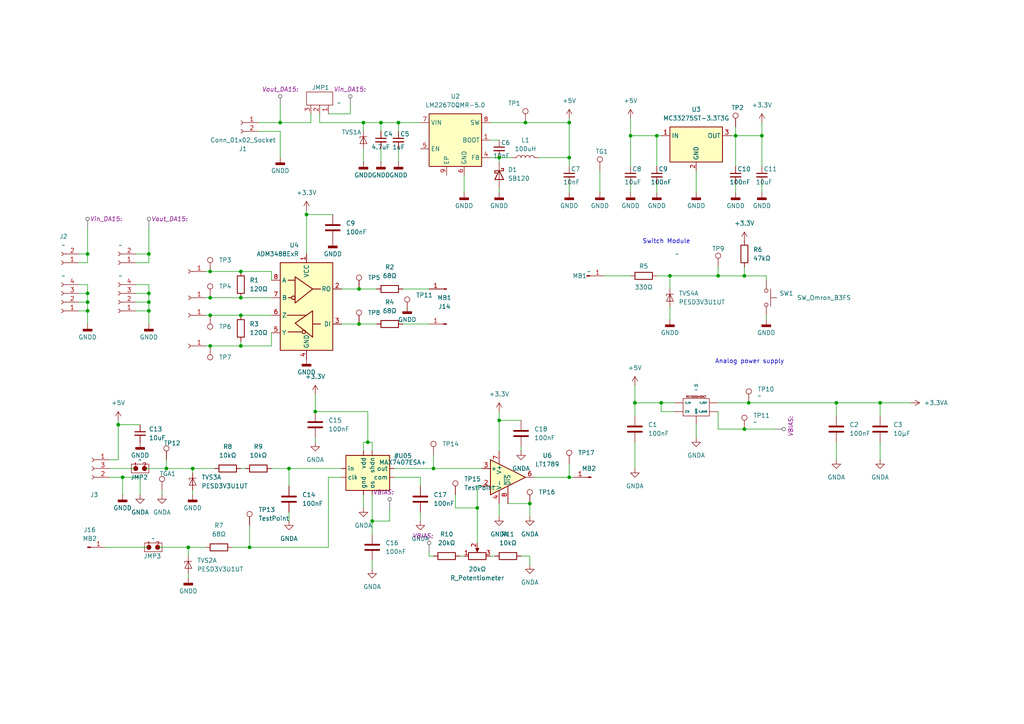
<source format=kicad_sch>
(kicad_sch (version 20231120) (generator "eeschema") (generator_version "8.0")
  (paper "A4")
  (junction (at 69.85 91.44))
  (junction (at 153.67 146.05))
  (junction (at 255.27 116.84))
  (junction (at 208.28 80.01))
  (junction (at 125.73 135.89))
  (junction (at 91.44 119.38))
  (junction (at 165.1 45.72))
  (junction (at 215.9 124.46))
  (junction (at 190.5 39.37))
  (junction (at 69.85 100.33))
  (junction (at 165.1 138.43))
  (junction (at 107.95 151.13))
  (junction (at 215.9 80.01))
  (junction (at 191.77 116.84))
  (junction (at 25.4 73.66))
  (junction (at 138.43 147.32))
  (junction (at 213.36 39.37))
  (junction (at 25.4 85.09))
  (junction (at 152.4 35.56))
  (junction (at 54.61 158.75))
  (junction (at 115.57 35.56))
  (junction (at 60.96 100.33))
  (junction (at 182.88 39.37))
  (junction (at 165.1 35.56))
  (junction (at 81.28 35.56))
  (junction (at 43.18 90.17))
  (junction (at 25.4 87.63))
  (junction (at 60.96 78.74))
  (junction (at 110.49 35.56))
  (junction (at 43.18 87.63))
  (junction (at 35.56 138.43))
  (junction (at 55.88 135.89))
  (junction (at 34.29 123.19))
  (junction (at 60.96 86.36))
  (junction (at 88.9 62.23))
  (junction (at 144.78 45.72))
  (junction (at 105.41 35.56))
  (junction (at 48.26 135.89))
  (junction (at 104.14 93.98))
  (junction (at 144.78 121.92))
  (junction (at 83.82 135.89))
  (junction (at 184.15 116.84))
  (junction (at 194.31 80.01))
  (junction (at 60.96 91.44))
  (junction (at 217.17 116.84))
  (junction (at 69.85 86.36))
  (junction (at 25.4 90.17))
  (junction (at 43.18 85.09))
  (junction (at 69.85 78.74))
  (junction (at 104.14 83.82))
  (junction (at 242.57 116.84))
  (junction (at 43.18 73.66))
  (junction (at 72.39 158.75))
  (junction (at 106.68 128.27))
  (junction (at 220.98 39.37))
  (wire (pts (xy 201.93 49.53) (xy 201.93 55.88)))
  (wire (pts (xy 166.37 138.43) (xy 165.1 138.43)))
  (wire (pts (xy 83.82 135.89) (xy 78.74 135.89)))
  (wire (pts (xy 69.85 78.74) (xy 78.74 78.74)))
  (wire (pts (xy 78.74 91.44) (xy 69.85 91.44)))
  (wire (pts (xy 107.95 143.51) (xy 107.95 151.13)))
  (wire (pts (xy 215.9 80.01) (xy 222.25 80.01)))
  (wire (pts (xy 54.61 166.37) (xy 54.61 167.64)))
  (wire (pts (xy 22.86 73.66) (xy 25.4 73.66)))
  (wire (pts (xy 107.95 151.13) (xy 107.95 154.94)))
  (wire (pts (xy 133.35 161.29) (xy 134.62 161.29)))
  (wire (pts (xy 95.25 138.43) (xy 95.25 158.75)))
  (wire (pts (xy 78.74 100.33) (xy 78.74 96.52)))
  (wire (pts (xy 95.25 158.75) (xy 72.39 158.75)))
  (wire (pts (xy 132.08 147.32) (xy 132.08 143.51)))
  (wire (pts (xy 222.25 91.44) (xy 222.25 92.71)))
  (wire (pts (xy 184.15 120.65) (xy 184.15 116.84)))
  (wire (pts (xy 88.9 62.23) (xy 88.9 73.66)))
  (wire (pts (xy 142.24 35.56) (xy 152.4 35.56)))
  (wire (pts (xy 99.06 138.43) (xy 95.25 138.43)))
  (wire (pts (xy 213.36 53.34) (xy 213.36 55.88)))
  (wire (pts (xy 220.98 53.34) (xy 220.98 55.88)))
  (wire (pts (xy 31.75 138.43) (xy 35.56 138.43)))
  (wire (pts (xy 165.1 138.43) (xy 165.1 134.62)))
  (wire (pts (xy 39.37 90.17) (xy 43.18 90.17)))
  (wire (pts (xy 242.57 128.27) (xy 242.57 133.35)))
  (wire (pts (xy 138.43 140.97) (xy 138.43 147.32)))
  (wire (pts (xy 43.18 85.09) (xy 43.18 87.63)))
  (wire (pts (xy 190.5 39.37) (xy 182.88 39.37)))
  (wire (pts (xy 138.43 140.97) (xy 139.7 140.97)))
  (wire (pts (xy 106.68 128.27) (xy 107.95 128.27)))
  (wire (pts (xy 74.93 38.1) (xy 81.28 38.1)))
  (wire (pts (xy 142.24 161.29) (xy 143.51 161.29)))
  (wire (pts (xy 182.88 34.29) (xy 182.88 39.37)))
  (wire (pts (xy 208.28 80.01) (xy 215.9 80.01)))
  (wire (pts (xy 48.26 135.89) (xy 41.91 135.89)))
  (wire (pts (xy 43.18 90.17) (xy 43.18 93.98)))
  (wire (pts (xy 125.73 132.08) (xy 125.73 135.89)))
  (wire (pts (xy 175.26 80.01) (xy 182.88 80.01)))
  (wire (pts (xy 165.1 53.34) (xy 165.1 55.88)))
  (wire (pts (xy 104.14 93.98) (xy 109.22 93.98)))
  (wire (pts (xy 121.92 148.59) (xy 121.92 151.13)))
  (wire (pts (xy 255.27 116.84) (xy 264.16 116.84)))
  (wire (pts (xy 222.25 80.01) (xy 222.25 81.28)))
  (wire (pts (xy 60.96 86.36) (xy 69.85 86.36)))
  (wire (pts (xy 190.5 39.37) (xy 191.77 39.37)))
  (wire (pts (xy 124.46 160.02) (xy 124.46 161.29)))
  (wire (pts (xy 220.98 35.56) (xy 220.98 39.37)))
  (wire (pts (xy 99.06 93.98) (xy 104.14 93.98)))
  (wire (pts (xy 69.85 86.36) (xy 78.74 86.36)))
  (wire (pts (xy 182.88 53.34) (xy 182.88 55.88)))
  (wire (pts (xy 83.82 140.97) (xy 83.82 135.89)))
  (wire (pts (xy 105.41 35.56) (xy 105.41 38.1)))
  (wire (pts (xy 31.75 133.35) (xy 34.29 133.35)))
  (wire (pts (xy 74.93 35.56) (xy 81.28 35.56)))
  (wire (pts (xy 208.28 116.84) (xy 217.17 116.84)))
  (wire (pts (xy 212.09 39.37) (xy 213.36 39.37)))
  (wire (pts (xy 208.28 124.46) (xy 215.9 124.46)))
  (wire (pts (xy 40.64 143.51) (xy 40.64 138.43)))
  (wire (pts (xy 191.77 119.38) (xy 191.77 116.84)))
  (wire (pts (xy 110.49 43.18) (xy 110.49 46.99)))
  (wire (pts (xy 182.88 39.37) (xy 182.88 48.26)))
  (wire (pts (xy 110.49 38.1) (xy 110.49 35.56)))
  (wire (pts (xy 107.95 162.56) (xy 107.95 165.1)))
  (wire (pts (xy 151.13 129.54) (xy 151.13 130.81)))
  (wire (pts (xy 72.39 158.75) (xy 72.39 152.4)))
  (wire (pts (xy 152.4 35.56) (xy 165.1 35.56)))
  (wire (pts (xy 92.71 35.56) (xy 105.41 35.56)))
  (wire (pts (xy 83.82 135.89) (xy 99.06 135.89)))
  (wire (pts (xy 90.17 35.56) (xy 81.28 35.56)))
  (wire (pts (xy 213.36 39.37) (xy 220.98 39.37)))
  (wire (pts (xy 59.69 78.74) (xy 60.96 78.74)))
  (wire (pts (xy 195.58 119.38) (xy 191.77 119.38)))
  (wire (pts (xy 95.25 33.02) (xy 101.6 33.02)))
  (wire (pts (xy 125.73 161.29) (xy 124.46 161.29)))
  (wire (pts (xy 25.4 82.55) (xy 22.86 82.55)))
  (wire (pts (xy 144.78 45.72) (xy 144.78 46.99)))
  (wire (pts (xy 43.18 66.04) (xy 43.18 73.66)))
  (wire (pts (xy 121.92 35.56) (xy 115.57 35.56)))
  (wire (pts (xy 34.29 123.19) (xy 40.64 123.19)))
  (wire (pts (xy 116.84 93.98) (xy 124.46 93.98)))
  (wire (pts (xy 215.9 77.47) (xy 215.9 80.01)))
  (wire (pts (xy 107.95 128.27) (xy 107.95 130.81)))
  (wire (pts (xy 144.78 119.38) (xy 144.78 121.92)))
  (wire (pts (xy 194.31 80.01) (xy 208.28 80.01)))
  (wire (pts (xy 156.21 45.72) (xy 165.1 45.72)))
  (wire (pts (xy 54.61 158.75) (xy 54.61 161.29)))
  (wire (pts (xy 91.44 119.38) (xy 106.68 119.38)))
  (wire (pts (xy 110.49 35.56) (xy 115.57 35.56)))
  (wire (pts (xy 91.44 127) (xy 91.44 128.27)))
  (wire (pts (xy 60.96 78.74) (xy 69.85 78.74)))
  (wire (pts (xy 151.13 161.29) (xy 153.67 161.29)))
  (wire (pts (xy 43.18 76.2) (xy 39.37 76.2)))
  (wire (pts (xy 105.41 35.56) (xy 110.49 35.56)))
  (wire (pts (xy 105.41 128.27) (xy 106.68 128.27)))
  (wire (pts (xy 69.85 135.89) (xy 71.12 135.89)))
  (wire (pts (xy 39.37 87.63) (xy 43.18 87.63)))
  (wire (pts (xy 25.4 73.66) (xy 25.4 76.2)))
  (wire (pts (xy 25.4 76.2) (xy 22.86 76.2)))
  (wire (pts (xy 242.57 116.84) (xy 255.27 116.84)))
  (wire (pts (xy 43.18 82.55) (xy 43.18 85.09)))
  (wire (pts (xy 115.57 38.1) (xy 115.57 35.56)))
  (wire (pts (xy 30.48 158.75) (xy 43.18 158.75)))
  (wire (pts (xy 144.78 130.81) (xy 144.78 121.92)))
  (wire (pts (xy 194.31 80.01) (xy 194.31 83.82)))
  (wire (pts (xy 184.15 128.27) (xy 184.15 135.89)))
  (wire (pts (xy 91.44 114.3) (xy 91.44 119.38)))
  (wire (pts (xy 116.84 83.82) (xy 124.46 83.82)))
  (wire (pts (xy 142.24 40.64) (xy 144.78 40.64)))
  (wire (pts (xy 25.4 85.09) (xy 25.4 82.55)))
  (wire (pts (xy 125.73 135.89) (xy 139.7 135.89)))
  (wire (pts (xy 125.73 135.89) (xy 114.3 135.89)))
  (wire (pts (xy 101.6 33.02) (xy 101.6 30.48)))
  (wire (pts (xy 34.29 133.35) (xy 34.29 123.19)))
  (wire (pts (xy 134.62 50.8) (xy 134.62 55.88)))
  (wire (pts (xy 48.26 133.35) (xy 48.26 135.89)))
  (wire (pts (xy 242.57 116.84) (xy 242.57 120.65)))
  (wire (pts (xy 25.4 90.17) (xy 25.4 87.63)))
  (wire (pts (xy 25.4 87.63) (xy 25.4 85.09)))
  (wire (pts (xy 106.68 119.38) (xy 106.68 128.27)))
  (wire (pts (xy 173.99 49.53) (xy 173.99 55.88)))
  (wire (pts (xy 104.14 83.82) (xy 109.22 83.82)))
  (wire (pts (xy 213.36 36.83) (xy 213.36 39.37)))
  (wire (pts (xy 208.28 77.47) (xy 208.28 80.01)))
  (wire (pts (xy 60.96 100.33) (xy 69.85 100.33)))
  (wire (pts (xy 105.41 43.18) (xy 105.41 46.99)))
  (wire (pts (xy 208.28 119.38) (xy 208.28 124.46)))
  (wire (pts (xy 105.41 130.81) (xy 105.41 128.27)))
  (wire (pts (xy 96.52 62.23) (xy 88.9 62.23)))
  (wire (pts (xy 144.78 146.05) (xy 144.78 149.86)))
  (wire (pts (xy 22.86 90.17) (xy 25.4 90.17)))
  (wire (pts (xy 190.5 53.34) (xy 190.5 55.88)))
  (wire (pts (xy 255.27 116.84) (xy 255.27 120.65)))
  (wire (pts (xy 60.96 91.44) (xy 69.85 91.44)))
  (wire (pts (xy 190.5 39.37) (xy 190.5 48.26)))
  (wire (pts (xy 220.98 39.37) (xy 220.98 48.26)))
  (wire (pts (xy 165.1 45.72) (xy 165.1 35.56)))
  (wire (pts (xy 25.4 66.04) (xy 25.4 73.66)))
  (wire (pts (xy 59.69 100.33) (xy 60.96 100.33)))
  (wire (pts (xy 78.74 100.33) (xy 69.85 100.33)))
  (wire (pts (xy 54.61 158.75) (xy 59.69 158.75)))
  (wire (pts (xy 43.18 87.63) (xy 43.18 90.17)))
  (wire (pts (xy 184.15 111.76) (xy 184.15 116.84)))
  (wire (pts (xy 153.67 146.05) (xy 153.67 149.86)))
  (wire (pts (xy 115.57 43.18) (xy 115.57 46.99)))
  (wire (pts (xy 142.24 45.72) (xy 144.78 45.72)))
  (wire (pts (xy 46.99 142.24) (xy 46.99 143.51)))
  (wire (pts (xy 121.92 138.43) (xy 114.3 138.43)))
  (wire (pts (xy 118.11 90.17) (xy 118.11 88.9)))
  (wire (pts (xy 99.06 83.82) (xy 104.14 83.82)))
  (wire (pts (xy 55.88 135.89) (xy 55.88 137.16)))
  (wire (pts (xy 45.72 158.75) (xy 54.61 158.75)))
  (wire (pts (xy 147.32 146.05) (xy 153.67 146.05)))
  (wire (pts (xy 81.28 38.1) (xy 81.28 45.72)))
  (wire (pts (xy 154.94 138.43) (xy 165.1 138.43)))
  (wire (pts (xy 165.1 45.72) (xy 165.1 48.26)))
  (wire (pts (xy 153.67 161.29) (xy 153.67 163.83)))
  (wire (pts (xy 39.37 85.09) (xy 43.18 85.09)))
  (wire (pts (xy 213.36 39.37) (xy 213.36 48.26)))
  (wire (pts (xy 121.92 140.97) (xy 121.92 138.43)))
  (wire (pts (xy 92.71 33.02) (xy 92.71 35.56)))
  (wire (pts (xy 67.31 158.75) (xy 72.39 158.75)))
  (wire (pts (xy 22.86 87.63) (xy 25.4 87.63)))
  (wire (pts (xy 48.26 135.89) (xy 55.88 135.89)))
  (wire (pts (xy 40.64 138.43) (xy 35.56 138.43)))
  (wire (pts (xy 144.78 45.72) (xy 148.59 45.72)))
  (wire (pts (xy 132.08 147.32) (xy 138.43 147.32)))
  (wire (pts (xy 255.27 128.27) (xy 255.27 133.35)))
  (wire (pts (xy 194.31 88.9) (xy 194.31 92.71)))
  (wire (pts (xy 35.56 138.43) (xy 35.56 143.51)))
  (wire (pts (xy 39.37 82.55) (xy 43.18 82.55)))
  (wire (pts (xy 81.28 35.56) (xy 81.28 30.48)))
  (wire (pts (xy 83.82 148.59) (xy 83.82 151.13)))
  (wire (pts (xy 138.43 147.32) (xy 138.43 157.48)))
  (wire (pts (xy 43.18 73.66) (xy 43.18 76.2)))
  (wire (pts (xy 34.29 121.92) (xy 34.29 123.19)))
  (wire (pts (xy 215.9 124.46) (xy 224.79 124.46)))
  (wire (pts (xy 165.1 34.29) (xy 165.1 35.56)))
  (wire (pts (xy 190.5 80.01) (xy 194.31 80.01)))
  (wire (pts (xy 144.78 54.61) (xy 144.78 55.88)))
  (wire (pts (xy 191.77 116.84) (xy 195.58 116.84)))
  (wire (pts (xy 88.9 62.23) (xy 88.9 60.96)))
  (wire (pts (xy 78.74 78.74) (xy 78.74 81.28)))
  (wire (pts (xy 113.03 147.32) (xy 113.03 151.13)))
  (wire (pts (xy 31.75 135.89) (xy 39.37 135.89)))
  (wire (pts (xy 25.4 93.98) (xy 25.4 90.17)))
  (wire (pts (xy 22.86 85.09) (xy 25.4 85.09)))
  (wire (pts (xy 201.93 123.19) (xy 201.93 127)))
  (wire (pts (xy 69.85 99.06) (xy 69.85 100.33)))
  (wire (pts (xy 113.03 151.13) (xy 107.95 151.13)))
  (wire (pts (xy 144.78 121.92) (xy 151.13 121.92)))
  (wire (pts (xy 59.69 86.36) (xy 60.96 86.36)))
  (wire (pts (xy 217.17 116.84) (xy 242.57 116.84)))
  (wire (pts (xy 90.17 33.02) (xy 90.17 35.56)))
  (wire (pts (xy 39.37 73.66) (xy 43.18 73.66)))
  (wire (pts (xy 55.88 135.89) (xy 62.23 135.89)))
  (wire (pts (xy 55.88 142.24) (xy 55.88 143.51)))
  (wire (pts (xy 105.41 143.51) (xy 105.41 147.32)))
  (wire (pts (xy 59.69 91.44) (xy 60.96 91.44)))
  (wire (pts (xy 184.15 116.84) (xy 191.77 116.84)))
  (text "Switch Module" (at 193.294 70.104 0) (effects (font (size 1.27 1.27))))
  (text "Analog power supply" (at 217.424 104.902 0) (effects (font (size 1.27 1.27))))
  (netclass_flag "" (length 2.54) (shape round) (at 25.4 66.04 0))
  (netclass_flag "" (length 2.54) (shape round) (at 43.18 66.04 0))
  (netclass_flag "" (length 2.54) (shape round) (at 113.03 147.32 0))
  (netclass_flag "" (length 2.54) (shape round) (at 101.6 30.48 0))
  (netclass_flag "" (length 2.54) (shape round) (at 224.79 124.46 270))
  (netclass_flag "" (length 2.54) (shape round) (at 124.46 160.02 0))
  (netclass_flag "" (length 2.54) (shape round) (at 81.28 30.48 0))
  (symbol (lib_id "Power_Protection:PESD3V3L4UF") (at 54.61 163.83 270) (unit 1)
    (property "Reference" "TVS2" (at 57.15 162.5599 90) (effects (justify left)))
    (property "Value" "PESD3V3U1UT" (at 57.15 165.0999 90) (effects (justify left)))
    (property "Footprint" "Package_TO_SOT_SMD:SOT-23" (effects (hide yes)))
    (property "Datasheet" "https://assets.nexperia.com/documents/data-sheet/PESDXL4UF_G_W.pdf" (effects (hide yes)))
    (property "Description" "Low capacitance unidirectional quadruple ESD protection diode array, 3.3V, Common Anode, SOT-886" (effects (hide yes)))
  )
  (symbol (lib_id "Device:C") (at 151.13 125.73 0) (unit 1)
    (property "Reference" "C18" (at 154.94 124.4599 0) (effects (justify left)))
    (property "Value" "100nF" (at 154.94 126.9999 0) (effects (justify left)))
    (property "Description" "Unpolarized capacitor" (effects (hide yes)))
  )
  (symbol (lib_id "Connector:Conn_01x02_Socket") (at 34.29 76.2 180) (unit 1)
    (property "Reference" "J4" (effects (hide yes)))
    (property "Value" "~" (at 34.925 71.12 0))
    (property "Description" "Generic connector, single row, 01x02, script generated" (effects (hide yes)))
  )
  (symbol (lib_id "Connector:TestPoint") (at 153.67 146.05 0) (unit 1)
    (property "Reference" "TP16" (at 156.21 142.7479 0) (effects (justify left)))
    (property "Value" "TestPoint" (effects (hide yes)))
    (property "Description" "test point" (effects (hide yes)))
  )
  (symbol (lib_id "Device:C_Small") (at 40.64 125.73 0) (unit 1)
    (property "Reference" "C13" (at 43.18 124.4662 0) (effects (justify left)))
    (property "Value" "10uF" (at 43.18 127.0062 0) (effects (justify left)))
    (property "Description" "Unpolarized capacitor, small symbol" (effects (hide yes)))
  )
  (symbol (lib_id "power:GNDA") (at 144.78 149.86 0) (unit 1)
    (property "Reference" "#PWR046" (effects (hide yes)))
    (property "Value" "GNDA" (at 144.78 154.94 0))
    (property "Description" "Power symbol creates a global label with name \"GNDA\" , analog ground" (effects (hide yes)))
  )
  (symbol (lib_id "Connector:Conn_01x04_Socket") (at 34.29 87.63 180) (unit 1)
    (property "Reference" "J5" (effects (hide yes)))
    (property "Value" "~" (at 34.925 80.01 0))
    (property "Description" "Generic connector, single row, 01x04, script generated" (effects (hide yes)))
  )
  (symbol (lib_id "New_Library:2pin_jumper") (at 40.64 135.89 0) (unit 1)
    (property "Reference" "JMP2" (at 40.386 138.43 0))
    (property "Value" "~" (at 40.64 133.35 0))
  )
  (symbol (lib_id "New_Library:MAX7407ESA+") (at 106.68 137.16 0) (unit 1) (in_bom no) (on_board no)
    (property "Reference" "U05" (at 116.84 132.2068 0))
    (property "Value" "MAX7407ESA+" (at 116.84 134.1119 0))
  )
  (symbol (lib_id "power:GNDD") (at 54.61 167.64 0) (unit 1)
    (property "Reference" "#PWR037" (effects (hide yes)))
    (property "Value" "GNDD" (at 54.61 171.45 0))
    (property "Description" "Power symbol creates a global label with name \"GNDD\" , digital ground" (effects (hide yes)))
  )
  (symbol (lib_id "Connector:TestPoint") (at 165.1 134.62 0) (unit 1)
    (property "Reference" "TP17" (at 167.64 131.3179 0) (effects (justify left)))
    (property "Value" "TestPoint" (effects (hide yes)))
    (property "Description" "test point" (effects (hide yes)))
  )
  (symbol (lib_id "Connector:TestPoint") (at 118.11 90.17 0) (unit 1)
    (property "Reference" "TP11" (at 120.65 85.5979 0) (effects (justify left)))
    (property "Value" "TestPoint" (effects (hide yes)))
    (property "Description" "test point" (effects (hide yes)))
  )
  (symbol (lib_id "Device:R") (at 113.03 93.98 90) (unit 1)
    (property "Reference" "R4" (at 113.03 87.63 90))
    (property "Value" "68Ω" (at 113.03 90.17 90))
    (property "Description" "Resistor" (effects (hide yes)))
  )
  (symbol (lib_id "power:GNDA") (at 184.15 135.89 0) (unit 1)
    (property "Reference" "#PWR02" (effects (hide yes)))
    (property "Value" "GNDA" (at 184.15 140.97 0))
    (property "Description" "Power symbol creates a global label with name \"GNDA\" , analog ground" (effects (hide yes)))
  )
  (symbol (lib_id "Power_Protection:PESD3V3L4UF") (at 194.31 86.36 270) (unit 1)
    (property "Reference" "TVS4" (at 196.85 85.0899 90) (effects (justify left)))
    (property "Value" "PESD3V3U1UT" (at 196.85 87.6299 90) (effects (justify left)))
    (property "Footprint" "Package_TO_SOT_SMD:SOT-23" (effects (hide yes)))
    (property "Datasheet" "https://assets.nexperia.com/documents/data-sheet/PESDXL4UF_G_W.pdf" (effects (hide yes)))
    (property "Description" "Low capacitance unidirectional quadruple ESD protection diode array, 3.3V, Common Anode, SOT-886" (effects (hide yes)))
  )
  (symbol (lib_id "power:GNDA") (at 151.13 130.81 0) (unit 1)
    (property "Reference" "#PWR047" (effects (hide yes)))
    (property "Value" "GNDA" (at 151.13 135.89 0))
    (property "Description" "Power symbol creates a global label with name \"GNDA\" , analog ground" (effects (hide yes)))
  )
  (symbol (lib_id "power:GNDA") (at 153.67 163.83 0) (unit 1)
    (property "Reference" "#PWR049" (effects (hide yes)))
    (property "Value" "GNDA" (at 153.67 168.91 0))
    (property "Description" "Power symbol creates a global label with name \"GNDA\" , analog ground" (effects (hide yes)))
  )
  (symbol (lib_id "Connector:TestPoint") (at 217.17 116.84 0) (unit 1)
    (property "Reference" "TP10" (at 219.71 112.9029 0) (effects (justify left)))
    (property "Value" "~" (at 219.71 114.808 0) (effects (justify left)))
    (property "Description" "test point" (effects (hide yes)))
  )
  (symbol (lib_id "power:+3.3V") (at 91.44 114.3 0) (unit 1)
    (property "Reference" "#PWR040" (effects (hide yes)))
    (property "Value" "+3.3V" (at 91.44 109.22 0))
    (property "Description" "Power symbol creates a global label with name \"+3.3V\"" (effects (hide yes)))
  )
  (symbol (lib_id "Device:C_Small") (at 213.36 50.8 0) (unit 1)
    (property "Reference" "C10" (at 213.868 49.022 0) (effects (justify left)))
    (property "Value" "100nF" (at 211.582 52.832 0) (effects (justify left)))
    (property "Description" "Unpolarized capacitor, small symbol" (effects (hide yes)))
  )
  (symbol (lib_id "Device:R") (at 69.85 82.55 0) (unit 1)
    (property "Reference" "R1" (at 72.39 81.2799 0) (effects (justify left)))
    (property "Value" "120Ω" (at 72.39 83.8199 0) (effects (justify left)))
    (property "Description" "Resistor" (effects (hide yes)))
  )
  (symbol (lib_id "Connector:Conn_01x01_Socket") (at 54.61 91.44 180) (unit 1)
    (property "Reference" "J8" (effects (hide yes)))
    (property "Value" "Conn_01x01_Socket" (effects (hide yes)))
    (property "Description" "Generic connector, single row, 01x01, script generated" (effects (hide yes)))
  )
  (symbol (lib_id "Connector:TestPoint") (at 60.96 100.33 180) (unit 1)
    (property "Reference" "TP7" (at 63.5 103.6319 0) (effects (justify right)))
    (property "Value" "TestPoint" (effects (hide yes)))
    (property "Description" "test point" (effects (hide yes)))
  )
  (symbol (lib_id "Connector:TestPoint") (at 72.39 152.4 0) (unit 1)
    (property "Reference" "TP13" (at 74.93 147.8279 0) (effects (justify left)))
    (property "Value" "TestPoint" (at 74.93 150.3679 0) (effects (justify left)))
    (property "Description" "test point" (effects (hide yes)))
  )
  (symbol (lib_id "Connector:TestPoint") (at 48.26 133.35 0) (unit 1)
    (property "Reference" "TP12" (at 47.498 128.524 0) (effects (justify left)))
    (property "Value" "TestPoint" (effects (hide yes)))
    (property "Description" "test point" (effects (hide yes)))
  )
  (symbol (lib_id "power:GNDA") (at 255.27 133.35 0) (unit 1)
    (property "Reference" "#PWR06" (effects (hide yes)))
    (property "Value" "GNDA" (at 255.27 138.43 0))
    (property "Description" "Power symbol creates a global label with name \"GNDA\" , analog ground" (effects (hide yes)))
  )
  (symbol (lib_id "Device:C_Small") (at 220.98 50.8 0) (unit 1)
    (property "Reference" "C11" (at 221.488 49.022 0) (effects (justify left)))
    (property "Value" "10uF" (at 219.202 52.832 0) (effects (justify left)))
    (property "Description" "Unpolarized capacitor, small symbol" (effects (hide yes)))
  )
  (symbol (lib_id "New_Library:2pin_jumper") (at 44.45 158.75 0) (unit 1)
    (property "Reference" "JMP3" (at 44.196 161.29 0))
    (property "Value" "~" (at 44.45 156.21 0))
  )
  (symbol (lib_name "ADM3488ExR_1") (lib_id "Interface_UART:ADM3488ExR") (at 88.9 88.9 0) (mirror y) (unit 1)
    (property "Reference" "U4" (at 86.7059 71.12 0) (effects (justify left)))
    (property "Value" "ADM3488ExR" (at 86.7059 73.66 0) (effects (justify left)))
    (property "Footprint" "Package_SO:SOIC-8_3.9x4.9mm_P1.27mm" (effects (hide yes)))
    (property "Datasheet" "https://www.analog.com/media/en/technical-documentation/data-sheets/ADM3483E_3486E_3488E_3490E_3491E.pdf" (effects (hide yes)))
    (property "Description" "RS-485, RS-422 full duplex 250 kbps transceiver, SOIC-8" (effects (hide yes)))
  )
  (symbol (lib_id "power:GNDD") (at 88.9 104.14 0) (unit 1)
    (property "Reference" "#PWR026" (effects (hide yes)))
    (property "Value" "GNDD" (at 88.9 107.95 0))
    (property "Description" "Power symbol creates a global label with name \"GNDD\" , digital ground" (effects (hide yes)))
  )
  (symbol (lib_id "Device:R") (at 66.04 135.89 90) (unit 1)
    (property "Reference" "R8" (at 66.04 129.54 90))
    (property "Value" "10kΩ" (at 66.04 132.08 90))
    (property "Description" "Resistor" (effects (hide yes)))
  )
  (symbol (lib_name "REF2033AIDDCT_1") (lib_id "New_Library:REF2033AIDDCT") (at 201.93 118.11 0) (unit 1)
    (property "Reference" "U1" (at 201.93 111.76 0) (effects (font (size 0.635 0.635))))
    (property "Value" "~" (at 201.93 113.03 0))
  )
  (symbol (lib_id "Connector:TestPoint") (at 173.99 49.53 0) (unit 1)
    (property "Reference" "TG1" (at 172.72 43.942 0) (effects (justify left)))
    (property "Value" "TestPoint" (effects (hide yes)))
    (property "Description" "test point" (effects (hide yes)))
  )
  (symbol (lib_id "power:+3.3V") (at 220.98 35.56 0) (unit 1)
    (property "Reference" "#PWR022" (effects (hide yes)))
    (property "Value" "+3.3V" (at 220.98 30.48 0))
    (property "Description" "Power symbol creates a global label with name \"+3.3V\"" (effects (hide yes)))
  )
  (symbol (lib_id "power:GNDD") (at 190.5 55.88 0) (unit 1)
    (property "Reference" "#PWR019" (effects (hide yes)))
    (property "Value" "GNDD" (at 190.5 59.69 0))
    (property "Description" "Power symbol creates a global label with name \"GNDD\" , digital ground" (effects (hide yes)))
  )
  (symbol (lib_id "power:+3.3V") (at 144.78 119.38 0) (unit 1)
    (property "Reference" "#PWR045" (effects (hide yes)))
    (property "Value" "+3.3V" (at 144.78 114.3 0))
    (property "Description" "Power symbol creates a global label with name \"+3.3V\"" (effects (hide yes)))
  )
  (symbol (lib_id "Connector:TestPoint") (at 46.99 142.24 0) (unit 1)
    (property "Reference" "TGA1" (at 46.228 137.414 0) (effects (justify left)))
    (property "Value" "TestPoint" (effects (hide yes)))
    (property "Description" "test point" (effects (hide yes)))
  )
  (symbol (lib_id "Switch:SW_Omron_B3FS") (at 222.25 86.36 270) (unit 1)
    (property "Reference" "SW1" (at 226.06 85.0899 90) (effects (justify left)))
    (property "Value" "SW_Omron_B3FS" (at 231.14 86.36 90) (effects (justify left)))
    (property "Datasheet" "https://omronfs.omron.com/en_US/ecb/products/pdf/en-b3fs.pdf" (effects (hide yes)))
    (property "Description" "Omron B3FS 6x6mm single pole normally-open tactile switch" (effects (hide yes)))
  )
  (symbol (lib_id "Device:C") (at 96.52 66.04 0) (unit 1)
    (property "Reference" "C9" (at 100.33 64.7699 0) (effects (justify left)))
    (property "Value" "100nF" (at 100.33 67.3099 0) (effects (justify left)))
    (property "Description" "Unpolarized capacitor" (effects (hide yes)))
  )
  (symbol (lib_id "Device:R") (at 113.03 83.82 90) (unit 1)
    (property "Reference" "R2" (at 113.03 77.47 90))
    (property "Value" "68Ω" (at 113.03 80.01 90))
    (property "Description" "Resistor" (effects (hide yes)))
  )
  (symbol (lib_id "power:GNDA") (at 105.41 147.32 0) (unit 1)
    (property "Reference" "#PWR042" (effects (hide yes)))
    (property "Value" "GNDA" (at 105.41 152.4 0))
    (property "Description" "Power symbol creates a global label with name \"GNDA\" , analog ground" (effects (hide yes)))
  )
  (symbol (lib_id "Power_Protection:PESD3V3L4UF") (at 105.41 40.64 270) (unit 1)
    (property "Reference" "TVS1" (at 99.06 38.354 90) (effects (justify left)))
    (property "Value" "PESD3V3U1UT" (effects (hide yes)))
    (property "Footprint" "Package_TO_SOT_SMD:SOT-23" (effects (hide yes)))
    (property "Datasheet" "https://assets.nexperia.com/documents/data-sheet/PESDXL4UF_G_W.pdf" (effects (hide yes)))
    (property "Description" "Low capacitance unidirectional quadruple ESD protection diode array, 3.3V, Common Anode, SOT-886" (effects (hide yes)))
  )
  (symbol (lib_id "power:GNDD") (at 115.57 46.99 0) (unit 1)
    (property "Reference" "#PWR011" (effects (hide yes)))
    (property "Value" "GNDD" (at 115.57 50.8 0))
    (property "Description" "Power symbol creates a global label with name \"GNDD\" , digital ground" (effects (hide yes)))
  )
  (symbol (lib_id "Connector:TestPoint") (at 104.14 83.82 0) (unit 1)
    (property "Reference" "TP5" (at 106.68 80.5179 0) (effects (justify left)))
    (property "Value" "TestPoint" (effects (hide yes)))
    (property "Description" "test point" (effects (hide yes)))
  )
  (symbol (lib_id "Device:R") (at 63.5 158.75 90) (unit 1)
    (property "Reference" "R7" (at 63.5 152.4 90))
    (property "Value" "68Ω" (at 63.5 154.94 90))
    (property "Description" "Resistor" (effects (hide yes)))
  )
  (symbol (lib_id "Connector:Conn_01x02_Socket") (at 17.78 76.2 180) (unit 1)
    (property "Reference" "J2" (at 18.415 68.58 0))
    (property "Value" "~" (at 18.415 71.12 0))
    (property "Description" "Generic connector, single row, 01x02, script generated" (effects (hide yes)))
  )
  (symbol (lib_id "Device:C_Small") (at 115.57 40.64 0) (unit 1)
    (property "Reference" "C5" (at 116.078 38.862 0) (effects (justify left)))
    (property "Value" "1uF" (at 113.792 42.672 0) (effects (justify left)))
    (property "Description" "Unpolarized capacitor, small symbol" (effects (hide yes)))
  )
  (symbol (lib_id "power:GNDD") (at 220.98 55.88 0) (unit 1)
    (property "Reference" "#PWR023" (effects (hide yes)))
    (property "Value" "GNDD" (at 220.98 59.69 0))
    (property "Description" "Power symbol creates a global label with name \"GNDD\" , digital ground" (effects (hide yes)))
  )
  (symbol (lib_id "Connector:Conn_01x01_Pin") (at 170.18 80.01 0) (unit 1)
    (property "Reference" "MB1" (at 168.148 80.01 0))
    (property "Value" "~" (at 170.815 78.74 0))
    (property "Description" "Generic connector, single row, 01x01, script generated" (effects (hide yes)))
  )
  (symbol (lib_id "power:GNDA") (at 83.82 151.13 0) (unit 1)
    (property "Reference" "#PWR039" (effects (hide yes)))
    (property "Value" "GNDA" (at 83.82 156.21 0))
    (property "Description" "Power symbol creates a global label with name \"GNDA\" , analog ground" (effects (hide yes)))
  )
  (symbol (lib_id "power:GNDD") (at 213.36 55.88 0) (unit 1)
    (property "Reference" "#PWR021" (effects (hide yes)))
    (property "Value" "GNDD" (at 213.36 59.69 0))
    (property "Description" "Power symbol creates a global label with name \"GNDD\" , digital ground" (effects (hide yes)))
  )
  (symbol (lib_id "power:GNDA") (at 46.99 143.51 0) (unit 1)
    (property "Reference" "#PWR036" (effects (hide yes)))
    (property "Value" "GNDA" (at 46.99 148.59 0))
    (property "Description" "Power symbol creates a global label with name \"GNDA\" , analog ground" (effects (hide yes)))
  )
  (symbol (lib_id "Connector:TestPoint") (at 215.9 124.46 0) (unit 1)
    (property "Reference" "TP11" (at 218.44 120.5229 0) (effects (justify left)))
    (property "Value" "~" (at 218.44 122.428 0) (effects (justify left)))
    (property "Description" "test point" (effects (hide yes)))
  )
  (symbol (lib_id "Device:C_Small") (at 182.88 50.8 0) (unit 1)
    (property "Reference" "C8" (at 183.388 49.022 0) (effects (justify left)))
    (property "Value" "10uF" (at 181.102 52.832 0) (effects (justify left)))
    (property "Description" "Unpolarized capacitor, small symbol" (effects (hide yes)))
  )
  (symbol (lib_id "Device:C") (at 91.44 123.19 0) (unit 1)
    (property "Reference" "C15" (at 95.25 121.9199 0) (effects (justify left)))
    (property "Value" "100nF" (at 95.25 124.4599 0) (effects (justify left)))
    (property "Description" "Unpolarized capacitor" (effects (hide yes)))
  )
  (symbol (lib_id "Connector:TestPoint") (at 60.96 78.74 0) (unit 1)
    (property "Reference" "TP3" (at 63.5 75.4379 0) (effects (justify left)))
    (property "Value" "TestPoint" (effects (hide yes)))
    (property "Description" "test point" (effects (hide yes)))
  )
  (symbol (lib_id "Connector:Conn_01x04_Socket") (at 17.78 87.63 180) (unit 1)
    (property "Reference" "J3" (effects (hide yes)))
    (property "Value" "~" (at 18.415 80.01 0))
    (property "Description" "Generic connector, single row, 01x04, script generated" (effects (hide yes)))
  )
  (symbol (lib_id "Connector:Conn_01x01_Pin") (at 129.54 93.98 180) (unit 1)
    (property "Reference" "J13" (effects (hide yes)))
    (property "Value" "MB1" (effects (hide yes)))
    (property "Description" "Generic connector, single row, 01x01, script generated" (effects (hide yes)))
  )
  (symbol (lib_id "Amplifier_Operational:OPA690xD") (at 147.32 138.43 0) (unit 1)
    (property "Reference" "U6" (at 158.75 132.1114 0))
    (property "Value" "LT1789" (at 158.75 134.6514 0))
    (property "Footprint" "Package_SO:SOIC-8_3.9x4.9mm_P1.27mm" (effects (hide yes)))
    (property "Datasheet" "https://www.ti.com/lit/ds/symlink/opa690.pdf" (effects (hide yes)))
    (property "Description" "Single Low-Power, 500 MHz GBW, ±2.5V to ±5V Dual Supply, 5V to 12V Single Supply, 190mA output current, 1.8kV/us slew rate, Voltage-Feedback Operational Amplifier with Disable, SO-8" (effects (hide yes)))
  )
  (symbol (lib_id "power:+5V") (at 34.29 121.92 0) (unit 1)
    (property "Reference" "#PWR032" (effects (hide yes)))
    (property "Value" "+5V" (at 34.29 116.84 0))
    (property "Description" "Power symbol creates a global label with name \"+5V\"" (effects (hide yes)))
  )
  (symbol (lib_id "Connector:TestPoint") (at 152.4 35.56 0) (unit 1)
    (property "Reference" "TP1" (at 147.32 29.972 0) (effects (justify left)))
    (property "Value" "TestPoint" (effects (hide yes)))
    (property "Description" "test point" (effects (hide yes)))
  )
  (symbol (lib_id "Connector:Conn_01x01_Pin") (at 171.45 138.43 180) (unit 1)
    (property "Reference" "MB2" (at 170.815 135.89 0))
    (property "Value" "Conn_01x01_Pin" (effects (hide yes)))
    (property "Description" "Generic connector, single row, 01x01, script generated" (effects (hide yes)))
  )
  (symbol (lib_id "power:GNDD") (at 105.41 46.99 0) (unit 1)
    (property "Reference" "#PWR09" (effects (hide yes)))
    (property "Value" "GNDD" (at 105.41 50.8 0))
    (property "Description" "Power symbol creates a global label with name \"GNDD\" , digital ground" (effects (hide yes)))
  )
  (symbol (lib_id "power:GNDD") (at 222.25 92.71 0) (unit 1)
    (property "Reference" "#PWR031" (effects (hide yes)))
    (property "Value" "GNDD" (at 222.25 96.52 0))
    (property "Description" "Power symbol creates a global label with name \"GNDD\" , digital ground" (effects (hide yes)))
  )
  (symbol (lib_id "Device:C") (at 107.95 158.75 0) (unit 1)
    (property "Reference" "C16" (at 111.76 157.4799 0) (effects (justify left)))
    (property "Value" "100nF" (at 111.76 160.0199 0) (effects (justify left)))
    (property "Description" "Unpolarized capacitor" (effects (hide yes)))
  )
  (symbol (lib_id "Connector:TestPoint") (at 104.14 93.98 0) (unit 1)
    (property "Reference" "TP8" (at 106.68 90.6779 0) (effects (justify left)))
    (property "Value" "TestPoint" (effects (hide yes)))
    (property "Description" "test point" (effects (hide yes)))
  )
  (symbol (lib_id "power:GNDA") (at 121.92 151.13 0) (unit 1)
    (property "Reference" "#PWR044" (effects (hide yes)))
    (property "Value" "GNDA" (at 121.92 156.21 0))
    (property "Description" "Power symbol creates a global label with name \"GNDA\" , analog ground" (effects (hide yes)))
  )
  (symbol (lib_id "power:GNDD") (at 96.52 69.85 0) (unit 1)
    (property "Reference" "#PWR027" (effects (hide yes)))
    (property "Value" "GNDD" (at 96.52 73.66 0))
    (property "Description" "Power symbol creates a global label with name \"GNDD\" , digital ground" (effects (hide yes)))
  )
  (symbol (lib_id "Device:C") (at 184.15 124.46 0) (unit 1)
    (property "Reference" "C1" (at 187.96 123.1899 0) (effects (justify left)))
    (property "Value" "100nF" (at 187.96 125.7299 0) (effects (justify left)))
    (property "Description" "Unpolarized capacitor" (effects (hide yes)))
  )
  (symbol (lib_id "Connector:TestPoint") (at 208.28 77.47 0) (unit 1)
    (property "Reference" "TP9" (at 206.502 72.136 0) (effects (justify left)))
    (property "Value" "~" (at 195.834 73.66 0) (effects (justify left)))
    (property "Description" "test point" (effects (hide yes)))
  )
  (symbol (lib_id "Connector:Conn_01x01_Socket") (at 54.61 78.74 180) (unit 1)
    (property "Reference" "J6" (effects (hide yes)))
    (property "Value" "Conn_01x01_Socket" (effects (hide yes)))
    (property "Description" "Generic connector, single row, 01x01, script generated" (effects (hide yes)))
  )
  (symbol (lib_id "Connector:TestPoint") (at 125.73 132.08 0) (unit 1)
    (property "Reference" "TP14" (at 128.27 128.7779 0) (effects (justify left)))
    (property "Value" "TestPoint" (effects (hide yes)))
    (property "Description" "test point" (effects (hide yes)))
  )
  (symbol (lib_id "Device:C_Small") (at 165.1 50.8 0) (unit 1)
    (property "Reference" "C7" (at 165.608 49.022 0) (effects (justify left)))
    (property "Value" "10nF" (at 163.322 52.832 0) (effects (justify left)))
    (property "Description" "Unpolarized capacitor, small symbol" (effects (hide yes)))
  )
  (symbol (lib_id "power:GNDD") (at 25.4 93.98 0) (unit 1)
    (property "Reference" "#PWR04" (effects (hide yes)))
    (property "Value" "GNDD" (at 25.4 97.79 0))
    (property "Description" "Power symbol creates a global label with name \"GNDD\" , digital ground" (effects (hide yes)))
  )
  (symbol (lib_id "Device:C") (at 242.57 124.46 0) (unit 1)
    (property "Reference" "C2" (at 246.38 123.1899 0) (effects (justify left)))
    (property "Value" "100nF" (at 246.38 125.7299 0) (effects (justify left)))
    (property "Description" "Unpolarized capacitor" (effects (hide yes)))
  )
  (symbol (lib_id "Device:C_Small") (at 190.5 50.8 0) (unit 1)
    (property "Reference" "C9" (at 191.008 49.022 0) (effects (justify left)))
    (property "Value" "100nF" (at 188.722 52.832 0) (effects (justify left)))
    (property "Description" "Unpolarized capacitor, small symbol" (effects (hide yes)))
  )
  (symbol (lib_id "Connector:TestPoint") (at 60.96 91.44 180) (unit 1)
    (property "Reference" "TP6" (at 63.5 94.7419 0) (effects (justify right)))
    (property "Value" "TestPoint" (effects (hide yes)))
    (property "Description" "test point" (effects (hide yes)))
  )
  (symbol (lib_id "Connector:Conn_01x02_Socket") (at 69.85 35.56 0) (mirror y) (unit 1)
    (property "Reference" "J1" (at 70.485 43.18 0))
    (property "Value" "Conn_01x02_Socket" (at 70.485 40.64 0))
    (property "Description" "Generic connector, single row, 01x02, script generated" (effects (hide yes)))
  )
  (symbol (lib_id "power:GNDD") (at 35.56 143.51 0) (unit 1)
    (property "Reference" "#PWR033" (effects (hide yes)))
    (property "Value" "GNDD" (at 35.56 147.32 0))
    (property "Description" "Power symbol creates a global label with name \"GNDD\" , digital ground" (effects (hide yes)))
  )
  (symbol (lib_id "power:GNDD") (at 43.18 93.98 0) (unit 1)
    (property "Reference" "#PWR024" (effects (hide yes)))
    (property "Value" "GNDD" (at 43.18 97.79 0))
    (property "Description" "Power symbol creates a global label with name \"GNDD\" , digital ground" (effects (hide yes)))
  )
  (symbol (lib_id "Connector:Conn_01x03_Socket") (at 26.67 135.89 0) (mirror y) (unit 1)
    (property "Reference" "J3" (at 27.305 143.51 0))
    (property "Value" "Conn_01x03_Socket" (effects (hide yes)))
    (property "Description" "Generic connector, single row, 01x03, script generated" (effects (hide yes)))
  )
  (symbol (lib_id "power:GNDD") (at 144.78 55.88 0) (unit 1)
    (property "Reference" "#PWR013" (effects (hide yes)))
    (property "Value" "GNDD" (at 144.78 59.69 0))
    (property "Description" "Power symbol creates a global label with name \"GNDD\" , digital ground" (effects (hide yes)))
  )
  (symbol (lib_id "Device:R") (at 147.32 161.29 90) (unit 1)
    (property "Reference" "R11" (at 147.32 154.94 90))
    (property "Value" "10kΩ" (at 147.32 157.48 90))
    (property "Description" "Resistor" (effects (hide yes)))
  )
  (symbol (lib_id "Device:C_Small") (at 144.78 43.18 0) (unit 1)
    (property "Reference" "C6" (at 145.288 41.402 0) (effects (justify left)))
    (property "Value" "10nF" (at 143.002 45.212 0) (effects (justify left)))
    (property "Description" "Unpolarized capacitor, small symbol" (effects (hide yes)))
  )
  (symbol (lib_id "Connector:Conn_01x01_Socket") (at 54.61 100.33 180) (unit 1)
    (property "Reference" "J9" (effects (hide yes)))
    (property "Value" "Conn_01x01_Socket" (effects (hide yes)))
    (property "Description" "Generic connector, single row, 01x01, script generated" (effects (hide yes)))
  )
  (symbol (lib_id "Device:R") (at 69.85 95.25 0) (unit 1)
    (property "Reference" "R3" (at 72.39 93.9799 0) (effects (justify left)))
    (property "Value" "120Ω" (at 72.39 96.5199 0) (effects (justify left)))
    (property "Description" "Resistor" (effects (hide yes)))
  )
  (symbol (lib_id "power:GNDD") (at 40.64 128.27 0) (unit 1)
    (property "Reference" "#PWR034" (effects (hide yes)))
    (property "Value" "GNDD" (at 40.64 132.08 0))
    (property "Description" "Power symbol creates a global label with name \"GNDD\" , digital ground" (effects (hide yes)))
  )
  (symbol (lib_id "Device:L") (at 152.4 45.72 90) (unit 1)
    (property "Reference" "L1" (at 152.4 40.64 90))
    (property "Value" "100uH" (at 152.4 43.18 90))
    (property "Description" "Inductor" (effects (hide yes)))
  )
  (symbol (lib_id "power:GNDD") (at 201.93 55.88 0) (unit 1)
    (property "Reference" "#PWR020" (effects (hide yes)))
    (property "Value" "GNDD" (at 201.93 59.69 0))
    (property "Description" "Power symbol creates a global label with name \"GNDD\" , digital ground" (effects (hide yes)))
  )
  (symbol (lib_id "power:GNDD") (at 55.88 143.51 0) (unit 1)
    (property "Reference" "#PWR038" (effects (hide yes)))
    (property "Value" "GNDD" (at 55.88 147.32 0))
    (property "Description" "Power symbol creates a global label with name \"GNDD\" , digital ground" (effects (hide yes)))
  )
  (symbol (lib_id "power:GNDA") (at 91.44 128.27 0) (unit 1)
    (property "Reference" "#PWR041" (effects (hide yes)))
    (property "Value" "GNDA" (at 91.44 133.35 0))
    (property "Description" "Power symbol creates a global label with name \"GNDA\" , analog ground" (effects (hide yes)))
  )
  (symbol (lib_id "power:+3.3VA") (at 264.16 116.84 270) (unit 1)
    (property "Reference" "#PWR07" (effects (hide yes)))
    (property "Value" "+3.3VA" (at 267.97 116.8399 90) (effects (justify left)))
    (property "Description" "Power symbol creates a global label with name \"+3.3VA\"" (effects (hide yes)))
  )
  (symbol (lib_id "Connector:TestPoint") (at 213.36 36.83 0) (unit 1)
    (property "Reference" "TP2" (at 212.09 31.242 0) (effects (justify left)))
    (property "Value" "TestPoint" (effects (hide yes)))
    (property "Description" "test point" (effects (hide yes)))
  )
  (symbol (lib_id "Device:C") (at 121.92 144.78 0) (unit 1)
    (property "Reference" "C17" (at 125.73 143.5099 0) (effects (justify left)))
    (property "Value" "100nF" (at 125.73 146.0499 0) (effects (justify left)))
    (property "Description" "Unpolarized capacitor" (effects (hide yes)))
  )
  (symbol (lib_id "Device:R_Potentiometer") (at 138.43 161.29 90) (unit 1)
    (property "Reference" "20kΩ" (at 138.43 165.1 90))
    (property "Value" "R_Potentiometer" (at 138.43 167.64 90))
    (property "Description" "Potentiometer" (effects (hide yes)))
  )
  (symbol (lib_id "Diode:SB120") (at 144.78 50.8 270) (unit 1)
    (property "Reference" "D1" (at 147.32 49.2124 90) (effects (justify left)))
    (property "Value" "SB120" (at 147.32 51.7524 90) (effects (justify left)))
    (property "Footprint" "Diode_THT:D_DO-41_SOD81_P10.16mm_Horizontal" (effects (hide yes)))
    (property "Datasheet" "http://www.diodes.com/_files/datasheets/ds23022.pdf" (effects (hide yes)))
    (property "Description" "20V 1A Schottky Barrier Rectifier Diode, DO-41" (effects (hide yes)))
  )
  (symbol (lib_id "power:GNDD") (at 194.31 92.71 0) (unit 1)
    (property "Reference" "#PWR029" (effects (hide yes)))
    (property "Value" "GNDD" (at 194.31 96.52 0))
    (property "Description" "Power symbol creates a global label with name \"GNDD\" , digital ground" (effects (hide yes)))
  )
  (symbol (lib_id "New_Library:3pin_jumper") (at 96.52 40.64 90) (unit 1)
    (property "Reference" "JMP1" (at 90.424 25.4 90) (effects (justify right)))
    (property "Value" "~" (at 97.79 29.845 90) (effects (justify right)))
  )
  (symbol (lib_id "power:GNDA") (at 153.67 149.86 0) (unit 1)
    (property "Reference" "#PWR048" (effects (hide yes)))
    (property "Value" "GNDA" (at 153.67 154.94 0))
    (property "Description" "Power symbol creates a global label with name \"GNDA\" , analog ground" (effects (hide yes)))
  )
  (symbol (lib_id "power:GNDD") (at 173.99 55.88 0) (unit 1)
    (property "Reference" "#PWR016" (effects (hide yes)))
    (property "Value" "GNDD" (at 173.99 59.69 0))
    (property "Description" "Power symbol creates a global label with name \"GNDD\" , digital ground" (effects (hide yes)))
  )
  (symbol (lib_id "power:GNDD") (at 110.49 46.99 0) (unit 1)
    (property "Reference" "#PWR010" (effects (hide yes)))
    (property "Value" "GNDD" (at 110.49 50.8 0))
    (property "Description" "Power symbol creates a global label with name \"GNDD\" , digital ground" (effects (hide yes)))
  )
  (symbol (lib_id "Device:R") (at 74.93 135.89 90) (unit 1)
    (property "Reference" "R9" (at 74.93 129.54 90))
    (property "Value" "10kΩ" (at 74.93 132.08 90))
    (property "Description" "Resistor" (effects (hide yes)))
  )
  (symbol (lib_id "Device:R") (at 129.54 161.29 90) (unit 1)
    (property "Reference" "R10" (at 129.54 154.94 90))
    (property "Value" "20kΩ" (at 129.54 157.48 90))
    (property "Description" "Resistor" (effects (hide yes)))
  )
  (symbol (lib_id "power:GNDA") (at 242.57 133.35 0) (unit 1)
    (property "Reference" "#PWR05" (effects (hide yes)))
    (property "Value" "GNDA" (at 242.57 138.43 0))
    (property "Description" "Power symbol creates a global label with name \"GNDA\" , analog ground" (effects (hide yes)))
  )
  (symbol (lib_id "power:+3.3V") (at 88.9 60.96 0) (unit 1)
    (property "Reference" "#PWR025" (effects (hide yes)))
    (property "Value" "+3.3V" (at 88.9 55.88 0))
    (property "Description" "Power symbol creates a global label with name \"+3.3V\"" (effects (hide yes)))
  )
  (symbol (lib_id "Device:R") (at 186.69 80.01 90) (unit 1)
    (property "Reference" "R5" (at 186.69 77.216 90))
    (property "Value" "330Ω" (at 186.69 83.312 90))
    (property "Description" "Resistor" (effects (hide yes)))
  )
  (symbol (lib_id "power:GNDD") (at 118.11 88.9 0) (unit 1)
    (property "Reference" "#PWR028" (effects (hide yes)))
    (property "Value" "GNDD" (at 118.11 92.71 0))
    (property "Description" "Power symbol creates a global label with name \"GNDD\" , digital ground" (effects (hide yes)))
  )
  (symbol (lib_id "power:GNDD") (at 165.1 55.88 0) (unit 1)
    (property "Reference" "#PWR015" (effects (hide yes)))
    (property "Value" "GNDD" (at 165.1 59.69 0))
    (property "Description" "Power symbol creates a global label with name \"GNDD\" , digital ground" (effects (hide yes)))
  )
  (symbol (lib_id "power:GNDD") (at 81.28 45.72 0) (unit 1)
    (property "Reference" "#PWR08" (effects (hide yes)))
    (property "Value" "GNDD" (at 81.28 49.53 0))
    (property "Description" "Power symbol creates a global label with name \"GNDD\" , digital ground" (effects (hide yes)))
  )
  (symbol (lib_id "power:+5V") (at 165.1 34.29 0) (unit 1)
    (property "Reference" "#PWR014" (effects (hide yes)))
    (property "Value" "+5V" (at 165.1 29.21 0))
    (property "Description" "Power symbol creates a global label with name \"+5V\"" (effects (hide yes)))
  )
  (symbol (lib_id "power:GNDD") (at 134.62 55.88 0) (unit 1)
    (property "Reference" "#PWR012" (effects (hide yes)))
    (property "Value" "GNDD" (at 134.62 59.69 0))
    (property "Description" "Power symbol creates a global label with name \"GNDD\" , digital ground" (effects (hide yes)))
  )
  (symbol (lib_id "Connector:TestPoint") (at 60.96 86.36 0) (unit 1)
    (property "Reference" "TP4" (at 63.5 83.0579 0) (effects (justify left)))
    (property "Value" "TestPoint" (effects (hide yes)))
    (property "Description" "test point" (effects (hide yes)))
  )
  (symbol (lib_id "Regulator_Linear:LT1963AxST-3.3") (at 201.93 41.91 0) (unit 1)
    (property "Reference" "U3" (at 201.93 31.75 0))
    (property "Value" "MC33275ST-3.3T3G" (at 201.93 34.29 0))
    (property "Footprint" "Package_TO_SOT_SMD:SOT-223" (effects (hide yes)))
    (property "Datasheet" "https://www.analog.com/media/en/technical-documentation/data-sheets/1963aff.pdf" (effects (hide yes)))
    (property "Description" "3.3V, 1.5A, Low Noise, Fast Transient Response LDO Regulator, SOT-223" (effects (hide yes)))
  )
  (symbol (lib_id "power:+5V") (at 184.15 111.76 0) (unit 1)
    (property "Reference" "#PWR01" (effects (hide yes)))
    (property "Value" "+5V" (at 184.15 106.68 0))
    (property "Description" "Power symbol creates a global label with name \"+5V\"" (effects (hide yes)))
  )
  (symbol (lib_id "Device:C") (at 83.82 144.78 0) (unit 1)
    (property "Reference" "C14" (at 87.63 143.5099 0) (effects (justify left)))
    (property "Value" "100nF" (at 87.63 146.0499 0) (effects (justify left)))
    (property "Description" "Unpolarized capacitor" (effects (hide yes)))
  )
  (symbol (lib_id "power:GNDA") (at 40.64 143.51 0) (unit 1)
    (property "Reference" "#PWR035" (effects (hide yes)))
    (property "Value" "GNDA" (at 40.64 148.59 0))
    (property "Description" "Power symbol creates a global label with name \"GNDA\" , analog ground" (effects (hide yes)))
  )
  (symbol (lib_id "power:+3.3V") (at 215.9 69.85 0) (unit 1)
    (property "Reference" "#PWR030" (effects (hide yes)))
    (property "Value" "+3.3V" (at 215.9 64.77 0))
    (property "Description" "Power symbol creates a global label with name \"+3.3V\"" (effects (hide yes)))
  )
  (symbol (lib_id "Regulator_Switching:LM22676MR-5") (at 132.08 40.64 0) (unit 1)
    (property "Reference" "U2" (at 132.08 27.94 0))
    (property "Value" "LM22670QMR-5.0" (at 132.08 30.48 0))
    (property "Footprint" "Package_SO:SOIC-8-1EP_3.9x4.9mm_P1.27mm_EP2.29x3mm" (effects (hide yes)))
    (property "Datasheet" "http://www.ti.com/lit/ds/symlink/lm22676.pdf" (effects (hide yes)))
    (property "Description" "3A Step-Down Switching Voltage Regulater, 4.5-42V Input, 5V Output, 500kHz Switching Frequency, SOIC-8" (effects (hide yes)))
  )
  (symbol (lib_id "Device:C") (at 255.27 124.46 0) (unit 1)
    (property "Reference" "C3" (at 259.08 123.1899 0) (effects (justify left)))
    (property "Value" "10μF" (at 259.08 125.7299 0) (effects (justify left)))
    (property "Description" "Unpolarized capacitor" (effects (hide yes)))
  )
  (symbol (lib_id "Device:C_Small") (at 110.49 40.64 0) (unit 1)
    (property "Reference" "C4" (at 111.252 38.862 0) (effects (justify left)))
    (property "Value" "4.7uF" (at 107.696 42.672 0) (effects (justify left)))
    (property "Description" "Unpolarized capacitor, small symbol" (effects (hide yes)))
  )
  (symbol (lib_id "power:GNDA") (at 201.93 127 0) (unit 1)
    (property "Reference" "#PWR03" (effects (hide yes)))
    (property "Value" "GNDA" (at 201.93 132.08 0))
    (property "Description" "Power symbol creates a global label with name \"GNDA\" , analog ground" (effects (hide yes)))
  )
  (symbol (lib_id "Connector:Conn_01x01_Pin") (at 129.54 83.82 180) (unit 1)
    (property "Reference" "J14" (at 128.905 88.9 0))
    (property "Value" "MB1" (at 128.905 86.36 0))
    (property "Description" "Generic connector, single row, 01x01, script generated" (effects (hide yes)))
  )
  (symbol (lib_id "power:GNDD") (at 182.88 55.88 0) (unit 1)
    (property "Reference" "#PWR018" (effects (hide yes)))
    (property "Value" "GNDD" (at 182.88 59.69 0))
    (property "Description" "Power symbol creates a global label with name \"GNDD\" , digital ground" (effects (hide yes)))
  )
  (symbol (lib_id "power:GNDA") (at 107.95 165.1 0) (unit 1)
    (property "Reference" "#PWR043" (effects (hide yes)))
    (property "Value" "GNDA" (at 107.95 170.18 0))
    (property "Description" "Power symbol creates a global label with name \"GNDA\" , analog ground" (effects (hide yes)))
  )
  (symbol (lib_id "Connector:TestPoint") (at 132.08 143.51 0) (unit 1)
    (property "Reference" "TP15" (at 134.62 138.9379 0) (effects (justify left)))
    (property "Value" "TestPoint" (at 134.62 141.4779 0) (effects (justify left)))
    (property "Description" "test point" (effects (hide yes)))
  )
  (symbol (lib_id "Connector:Conn_01x01_Socket") (at 54.61 86.36 180) (unit 1)
    (property "Reference" "J7" (effects (hide yes)))
    (property "Value" "Conn_01x01_Socket" (effects (hide yes)))
    (property "Description" "Generic connector, single row, 01x01, script generated" (effects (hide yes)))
  )
  (symbol (lib_id "Connector:Conn_01x01_Pin") (at 25.4 158.75 0) (unit 1)
    (property "Reference" "J16" (at 26.035 153.67 0))
    (property "Value" "MB2" (at 26.035 156.21 0))
    (property "Description" "Generic connector, single row, 01x01, script generated" (effects (hide yes)))
  )
  (symbol (lib_id "Device:R") (at 215.9 73.66 0) (unit 1)
    (property "Reference" "R6" (at 218.44 72.3899 0) (effects (justify left)))
    (property "Value" "47kΩ" (at 218.44 74.9299 0) (effects (justify left)))
    (property "Description" "Resistor" (effects (hide yes)))
  )
  (symbol (lib_id "Power_Protection:PESD3V3L4UF") (at 55.88 139.7 270) (unit 1)
    (property "Reference" "TVS3" (at 58.42 138.4299 90) (effects (justify left)))
    (property "Value" "PESD3V3U1UT" (at 58.42 140.9699 90) (effects (justify left)))
    (property "Footprint" "Package_TO_SOT_SMD:SOT-23" (effects (hide yes)))
    (property "Datasheet" "https://assets.nexperia.com/documents/data-sheet/PESDXL4UF_G_W.pdf" (effects (hide yes)))
    (property "Description" "Low capacitance unidirectional quadruple ESD protection diode array, 3.3V, Common Anode, SOT-886" (effects (hide yes)))
  )
  (symbol (lib_id "power:+5V") (at 182.88 34.29 0) (unit 1)
    (property "Reference" "#PWR017" (effects (hide yes)))
    (property "Value" "+5V" (at 182.88 29.21 0))
    (property "Description" "Power symbol creates a global label with name \"+5V\"" (effects (hide yes)))
  )
)
</source>
